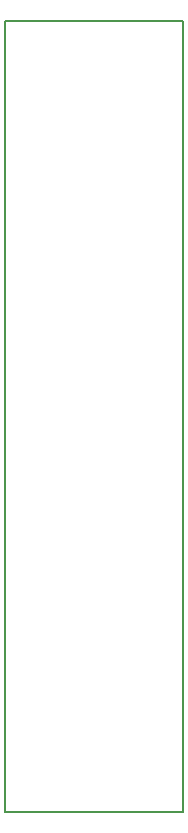
<source format=gbr>
G04 #@! TF.FileFunction,Profile,NP*
%FSLAX46Y46*%
G04 Gerber Fmt 4.6, Leading zero omitted, Abs format (unit mm)*
G04 Created by KiCad (PCBNEW 4.0.7-e2-6376~58~ubuntu16.04.1) date Mon Jun 25 07:50:44 2018*
%MOMM*%
%LPD*%
G01*
G04 APERTURE LIST*
%ADD10C,0.100000*%
%ADD11C,0.150000*%
G04 APERTURE END LIST*
D10*
D11*
X165000000Y-40000000D02*
X165000000Y-107000000D01*
X180000000Y-107000000D02*
X180000000Y-40000000D01*
X165000000Y-107000000D02*
X180000000Y-107000000D01*
X165000000Y-40000000D02*
X180000000Y-40000000D01*
M02*

</source>
